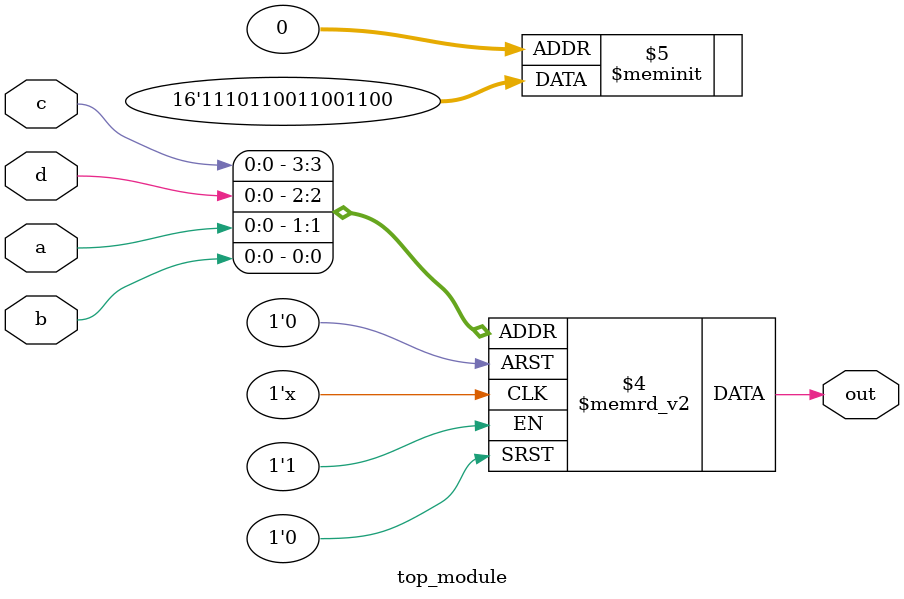
<source format=sv>
module top_module (
    input a,
    input b,
    input c,
    input d,
    output reg out
);

always @(*) begin
    case ({c, d, a, b})
        4'b0000: out = 1'b0; // cd=00, ab=00
        4'b0001: out = 1'b0; // cd=00, ab=01
        4'b0010: out = 1'b1; // cd=00, ab=10
        4'b0011: out = 1'b1; // cd=00, ab=11
        4'b0100: out = 1'b0; // cd=01, ab=00
        4'b0101: out = 1'b0; // cd=01, ab=01
        4'b0110: out = 1'b1; // cd=01, ab=10
        4'b0111: out = 1'b1; // cd=01, ab=11
        4'b1000: out = 1'b0; // cd=10, ab=00
        4'b1001: out = 1'b0; // cd=10, ab=01
        4'b1010: out = 1'b1; // cd=10, ab=10
        4'b1011: out = 1'b1; // cd=10, ab=11
        4'b1100: out = 1'b0; // cd=11, ab=00
        4'b1101: out = 1'b1; // cd=11, ab=01
        4'b1110: out = 1'b1; // cd=11, ab=10
        4'b1111: out = 1'b1; // cd=11, ab=11
        default: out = 1'b0; // Default to 0 for safety
    endcase
end

endmodule

</source>
